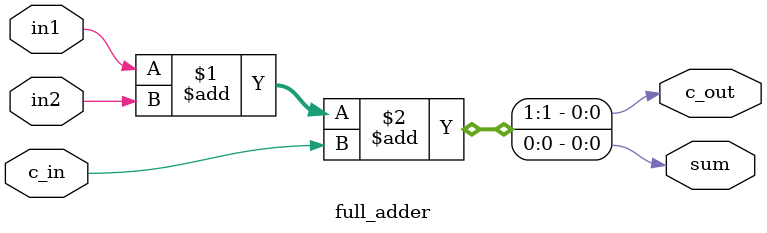
<source format=v>

module full_adder(sum, c_out, c_in, in1, in2);
    input   in1, in2, c_in;
    output  sum, c_out;

    assign{c_out,sum} = in1 + in2 + c_in;

endmodule
</source>
